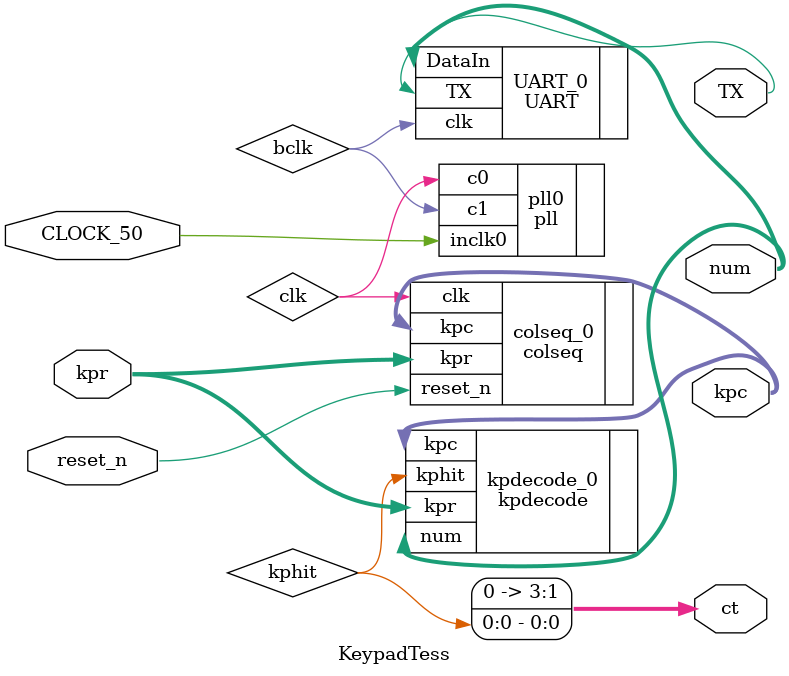
<source format=sv>


module KeypadTess (
	output logic [3:0] kpc, // column select, active-low
	(* altera_attribute = "-name WEAK_PULL_UP_RESISTOR ON" *)
	input logic [3:0] kpr, // rows, active-low w/ pull-ups
	output logic [3:0] ct, // " digit enables
	output logic TX,
	output logic [9:0] num , // value of pressed key
	input logic reset_n, CLOCK_50 
);
	logic clk ; // 1 MHz clock for keypad scanning
	logic bclk ; // 9600 Hz output clock
	logic kphit ; // a key is pressed
	//logic [9:0] num ; // value of pressed key
	assign ct = { {3{1'b0}}, kphit } ;
	
	pll pll0 ( .inclk0(CLOCK_50), .c0(clk), .c1(bclk) ) ;
	
	// instantiate of scanning algoritthm, decode, and UART module
	
	colseq colseq_0(.kpr, .clk, .reset_n, .kpc);
	
	kpdecode kpdecode_0(.kpc, .kpr, .kphit, .num);
	
	UART UART_0(.DataIn(num), .clk(bclk), .TX(TX));
	
endmodule

</source>
